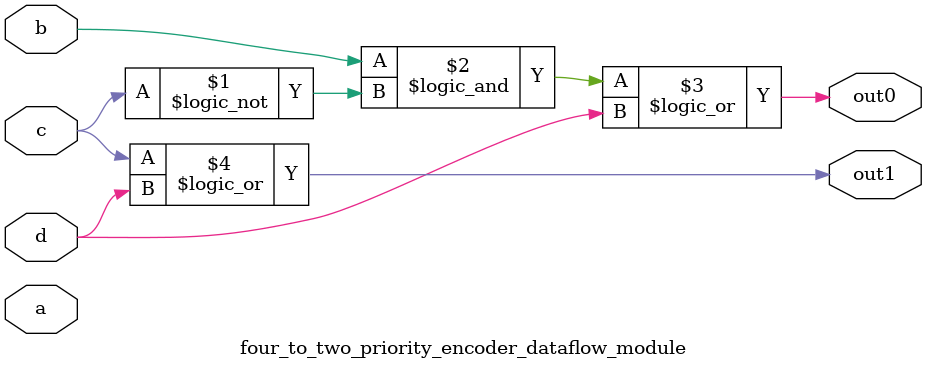
<source format=v>

module four_to_two_priority_encoder_dataflow_module (a, b, c, d, out0, out1);
	input a, b, c, d;

	output out0, out1;

	//Fill this out.
	assign out0 = (b && !c) || d; // Boolean Expression : out0 = bc' + d
	assign out1 = c || d; // Boolean Expression : out1 = c + d
	//logical operators.

////////Q1/////////////////////////////////////////////////
//	assign out0 = (b==1'b1 && c==1'b0) || (d==1'b1);
//	assign out1 = (c==1'b1) || (d==1'b1);

endmodule



</source>
